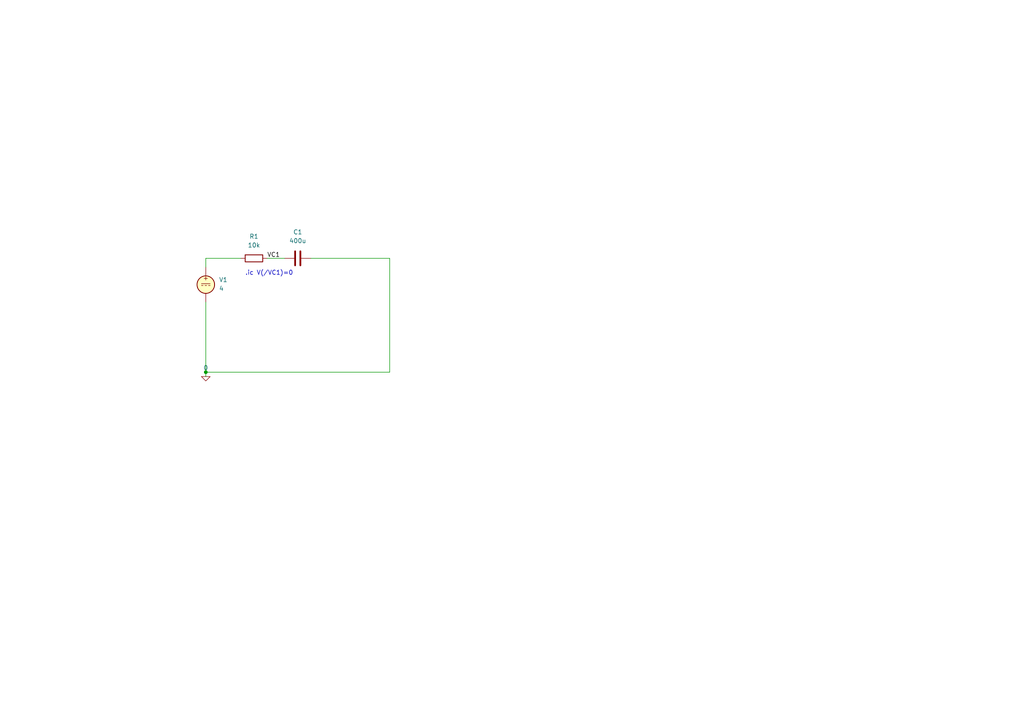
<source format=kicad_sch>
(kicad_sch (version 20230121) (generator eeschema)
  (paper "A4")
  (lib_symbols
    (symbol "Device:C" (pin_numbers hide) (pin_names (offset 0.254))
      (property "Reference" "C" (at 0.635 2.54 0))
      (property "Value" "C" (at 0.635 -2.54 0))
      (symbol "C_0_1"
        (polyline (pts (xy -2.032 -0.762) (xy 2.032 -0.762)) (stroke (width 0.508)))
        (polyline (pts (xy -2.032 0.762) (xy 2.032 0.762)) (stroke (width 0.508)))
      )
      (symbol "C_1_1"
        (pin passive line (at 0 3.81 270) (length 2.794) (name "~") (number "1"))
        (pin passive line (at 0 -3.81 90) (length 2.794) (name "~") (number "2"))
      )
    )
    (symbol "Device:R" (pin_numbers hide) (pin_names (offset 0))
      (property "Reference" "R" (at 2.032 0 90))
      (property "Value" "R" (at 0 0 90))
      (symbol "R_0_1"
        (rectangle (start -1.016 -2.54) (end 1.016 2.54) (stroke (width 0.254)))
      )
      (symbol "R_1_1"
        (pin passive line (at 0 3.81 270) (length 1.27) (name "~") (number "1"))
        (pin passive line (at 0 -3.81 90) (length 1.27) (name "~") (number "2"))
      )
    )
    (symbol "Simulation_SPICE:0" (power) (pin_names (offset 0))
      (property "Value" "0" (at 0 -1.778 0))
      (symbol "0_0_1"
        (polyline (pts (xy -1.27 0) (xy 0 -1.27) (xy 1.27 0) (xy -1.27 0)))
      )
      (symbol "0_1_1"
        (pin power_in line (at 0 0 0) (length 0) hide (name "0") (number "1"))
      )
    )
    (symbol "Simulation_SPICE:VDC" (pin_numbers hide) (pin_names (offset 0.0254))
      (property "Reference" "V" (at 2.54 2.54 0))
      (property "Value" "1" (at 2.54 0 0))
      (symbol "VDC_0_0"
        (polyline (pts (xy -1.27 0.254) (xy 1.27 0.254)))
        (polyline (pts (xy -0.762 -0.254) (xy -1.27 -0.254)))
        (polyline (pts (xy 0.254 -0.254) (xy -0.254 -0.254)))
        (polyline (pts (xy 1.27 -0.254) (xy 0.762 -0.254)))
        (text "+" (at 0 1.905 0) (effects (font (size 1.27 1.27))))
      )
      (symbol "VDC_0_1"
        (circle (center 0 0) (radius 2.54) (stroke (width 0.254)) (fill (type background)))
      )
      (symbol "VDC_1_1"
        (pin passive line (at 0 5.08 270) (length 2.54) (name "~") (number "1"))
        (pin passive line (at 0 -5.08 90) (length 2.54) (name "~") (number "2"))
      )
    )
  )
  (junction (at 59.69 107.95))
  (wire (pts (xy 113.03 107.95) (xy 113.03 74.93)))
  (wire (pts (xy 59.69 109.22) (xy 59.69 107.95)))
  (wire (pts (xy 59.69 77.47) (xy 59.69 74.93)))
  (wire (pts (xy 90.17 74.93) (xy 113.03 74.93)))
  (wire (pts (xy 59.69 87.63) (xy 59.69 107.95)))
  (wire (pts (xy 59.69 74.93) (xy 69.85 74.93)))
  (wire (pts (xy 77.47 74.93) (xy 82.55 74.93)))
  (wire (pts (xy 59.69 107.95) (xy 113.03 107.95)))
  (text ".ic V(/VC1)=0" (at 71.12 80.01 0) (effects (font (size 1.27 1.27)) (justify left bottom)))
  (label "VC1" (at 77.47 74.93 0))
  (symbol (lib_id "Simulation_SPICE:VDC") (at 59.69 82.55 0) (unit 1)
    (property "Reference" "V1" (at 63.5 81.1502 0) (effects (justify left)))
    (property "Value" "4" (at 63.5 83.6902 0) (effects (justify left)))
    (property "Sim.Pins" "1=+ 2=-" (effects hide))
    (property "Sim.Type" "DC" (effects hide))
    (property "Sim.Device" "V" (effects hide))
  )
  (symbol (lib_id "Device:C") (at 86.36 74.93 90) (unit 1)
    (property "Reference" "C1" (at 86.36 67.31 90))
    (property "Value" "400u" (at 86.36 69.85 90))
  )
  (symbol (lib_id "Simulation_SPICE:0") (at 59.69 109.22 0) (unit 1)
    (property "Reference" "#GND01" (effects hide))
    (property "Value" "0" (at 59.69 106.68 0))
  )
  (symbol (lib_id "Device:R") (at 73.66 74.93 90) (unit 1)
    (property "Reference" "R1" (at 73.66 68.58 90))
    (property "Value" "10k" (at 73.66 71.12 90))
  )
)
</source>
